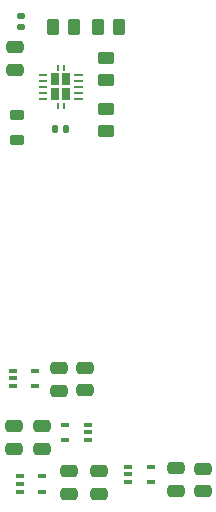
<source format=gbr>
%TF.GenerationSoftware,KiCad,Pcbnew,7.0.9-7.0.9~ubuntu22.04.1*%
%TF.CreationDate,2023-12-29T16:16:38+05:30*%
%TF.ProjectId,ulpLoRa_charge controller HAT,756c704c-6f52-4615-9f63-686172676520,rev?*%
%TF.SameCoordinates,Original*%
%TF.FileFunction,Paste,Top*%
%TF.FilePolarity,Positive*%
%FSLAX46Y46*%
G04 Gerber Fmt 4.6, Leading zero omitted, Abs format (unit mm)*
G04 Created by KiCad (PCBNEW 7.0.9-7.0.9~ubuntu22.04.1) date 2023-12-29 16:16:38*
%MOMM*%
%LPD*%
G01*
G04 APERTURE LIST*
G04 Aperture macros list*
%AMRoundRect*
0 Rectangle with rounded corners*
0 $1 Rounding radius*
0 $2 $3 $4 $5 $6 $7 $8 $9 X,Y pos of 4 corners*
0 Add a 4 corners polygon primitive as box body*
4,1,4,$2,$3,$4,$5,$6,$7,$8,$9,$2,$3,0*
0 Add four circle primitives for the rounded corners*
1,1,$1+$1,$2,$3*
1,1,$1+$1,$4,$5*
1,1,$1+$1,$6,$7*
1,1,$1+$1,$8,$9*
0 Add four rect primitives between the rounded corners*
20,1,$1+$1,$2,$3,$4,$5,0*
20,1,$1+$1,$4,$5,$6,$7,0*
20,1,$1+$1,$6,$7,$8,$9,0*
20,1,$1+$1,$8,$9,$2,$3,0*%
G04 Aperture macros list end*
%ADD10RoundRect,0.250000X0.450000X-0.262500X0.450000X0.262500X-0.450000X0.262500X-0.450000X-0.262500X0*%
%ADD11RoundRect,0.218750X0.381250X-0.218750X0.381250X0.218750X-0.381250X0.218750X-0.381250X-0.218750X0*%
%ADD12RoundRect,0.250000X0.475000X-0.250000X0.475000X0.250000X-0.475000X0.250000X-0.475000X-0.250000X0*%
%ADD13R,0.650000X0.400000*%
%ADD14RoundRect,0.250000X-0.475000X0.250000X-0.475000X-0.250000X0.475000X-0.250000X0.475000X0.250000X0*%
%ADD15RoundRect,0.250000X-0.450000X0.262500X-0.450000X-0.262500X0.450000X-0.262500X0.450000X0.262500X0*%
%ADD16RoundRect,0.140000X-0.170000X0.140000X-0.170000X-0.140000X0.170000X-0.140000X0.170000X0.140000X0*%
%ADD17RoundRect,0.140000X-0.140000X-0.170000X0.140000X-0.170000X0.140000X0.170000X-0.140000X0.170000X0*%
%ADD18RoundRect,0.250000X-0.262500X-0.450000X0.262500X-0.450000X0.262500X0.450000X-0.262500X0.450000X0*%
%ADD19R,0.230000X0.230000*%
%ADD20O,0.800000X0.230000*%
%ADD21R,0.680000X1.050000*%
%ADD22R,0.260000X0.500000*%
G04 APERTURE END LIST*
D10*
%TO.C,R3*%
X149604913Y-80014713D03*
X149604913Y-78189713D03*
%TD*%
D11*
%TO.C,L1*%
X142113000Y-80797500D03*
X142113000Y-78672500D03*
%TD*%
D12*
%TO.C,C10*%
X141817050Y-106928314D03*
X141817050Y-105028314D03*
%TD*%
D13*
%TO.C,U4*%
X141724106Y-100316507D03*
X141724106Y-100966507D03*
X141724106Y-101616507D03*
X143624106Y-101616507D03*
X143624106Y-100316507D03*
%TD*%
D14*
%TO.C,C9*%
X155527242Y-108570174D03*
X155527242Y-110470174D03*
%TD*%
D15*
%TO.C,R2*%
X149604913Y-73871713D03*
X149604913Y-75696713D03*
%TD*%
D16*
%TO.C,C3*%
X142464645Y-70243989D03*
X142464645Y-71203989D03*
%TD*%
D12*
%TO.C,C7*%
X144203402Y-106928314D03*
X144203402Y-105028314D03*
%TD*%
D17*
%TO.C,C1*%
X145314913Y-79864213D03*
X146274913Y-79864213D03*
%TD*%
D14*
%TO.C,C6*%
X149022578Y-108820353D03*
X149022578Y-110720353D03*
%TD*%
D18*
%TO.C,R4*%
X148946413Y-71228213D03*
X150771413Y-71228213D03*
%TD*%
%TO.C,R1*%
X145136413Y-71228213D03*
X146961413Y-71228213D03*
%TD*%
D14*
%TO.C,C11*%
X146495766Y-108845371D03*
X146495766Y-110745371D03*
%TD*%
D13*
%TO.C,U3*%
X142344151Y-109245227D03*
X142344151Y-109895227D03*
X142344151Y-110545227D03*
X144244151Y-110545227D03*
X144244151Y-109245227D03*
%TD*%
D14*
%TO.C,C8*%
X147853915Y-100081401D03*
X147853915Y-101981401D03*
%TD*%
%TO.C,C5*%
X157828893Y-108595191D03*
X157828893Y-110495191D03*
%TD*%
D13*
%TO.C,U5*%
X148070727Y-106174512D03*
X148070727Y-105524512D03*
X148070727Y-104874512D03*
X146170727Y-104874512D03*
X146170727Y-106174512D03*
%TD*%
D14*
%TO.C,C4*%
X145612732Y-100100352D03*
X145612732Y-102000352D03*
%TD*%
D19*
%TO.C,U1*%
X144038913Y-75282213D03*
D20*
X144323913Y-75282213D03*
D19*
X144038913Y-75782213D03*
D20*
X144323913Y-75782213D03*
D19*
X144038913Y-76282213D03*
D20*
X144323913Y-76282213D03*
D19*
X144038913Y-76782213D03*
D20*
X144323913Y-76782213D03*
D19*
X144038913Y-77282213D03*
D20*
X144323913Y-77282213D03*
X147273913Y-77282213D03*
D19*
X147558913Y-77282213D03*
D20*
X147273913Y-76782213D03*
D19*
X147558913Y-76782213D03*
D20*
X147273913Y-76282213D03*
D19*
X147558913Y-76282213D03*
D20*
X147273913Y-75782213D03*
D19*
X147558913Y-75782213D03*
D20*
X147273913Y-75282213D03*
D19*
X147558913Y-75282213D03*
D21*
X145348913Y-75647213D03*
X145348913Y-76917213D03*
D22*
X145548913Y-74652213D03*
X145548913Y-77912213D03*
X146048913Y-74652213D03*
X146048913Y-77912213D03*
D21*
X146248913Y-75647213D03*
X146248913Y-76917213D03*
%TD*%
D12*
%TO.C,C2*%
X141942500Y-74829682D03*
X141942500Y-72929682D03*
%TD*%
D13*
%TO.C,U2*%
X151524372Y-108444653D03*
X151524372Y-109094653D03*
X151524372Y-109744653D03*
X153424372Y-109744653D03*
X153424372Y-108444653D03*
%TD*%
M02*

</source>
